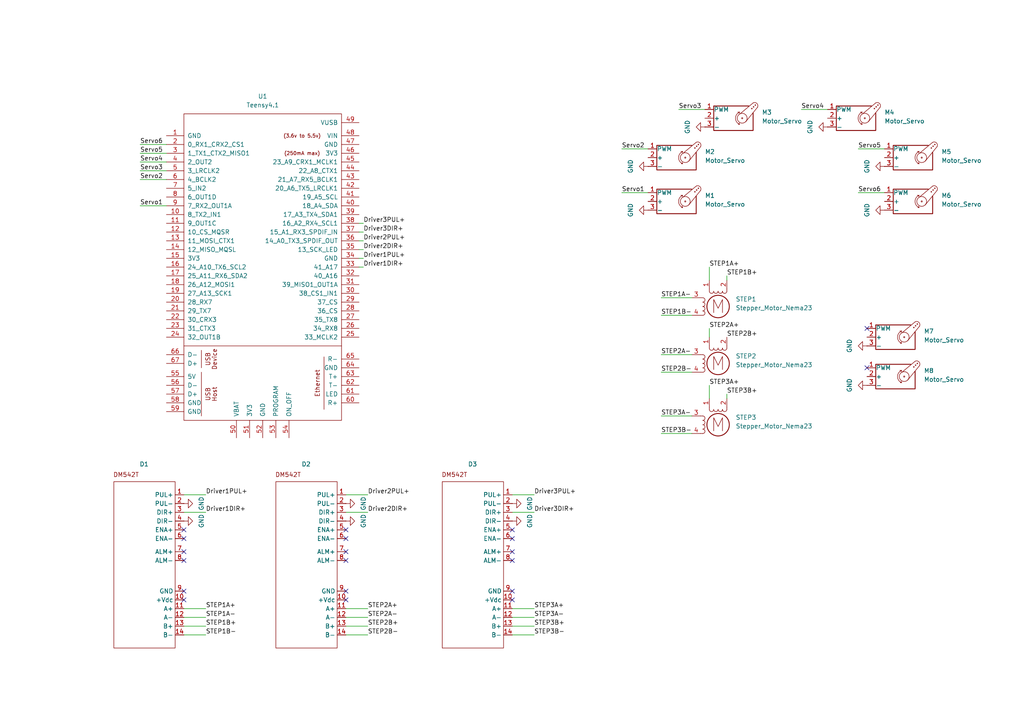
<source format=kicad_sch>
(kicad_sch (version 20250114) (generator "eeschema") (generator_version "9.0")
  (paper "A4")
  (lib_symbols
    (symbol "DM542T_Digital_Stepper_Driver_1"
      (property "Value" "D3" (at -10.267 13.97 0))
      (symbol "DM542T_Digital_Stepper_Driver_1_1_1"
        (rectangle (start -19.05 8.89) (end -1.27 -39.37))
        (text "DM542T" (at -15.494 10.922 0) (effects (font (size 1.27 1.27))))
        (pin output line (at 1.27 5.08 180) (length 2.54) (name "PUL+") (number "1"))
        (pin output line (at 1.27 2.54 180) (length 2.54) (name "PUL-") (number "2"))
        (pin output line (at 1.27 0 180) (length 2.54) (name "DIR+") (number "3"))
        (pin output line (at 1.27 -2.54 180) (length 2.54) (name "DIR-") (number "4"))
        (pin output line (at 1.27 -5.08 180) (length 2.54) (name "ENA+") (number "5"))
        (pin output line (at 1.27 -7.62 180) (length 2.54) (name "ENA-") (number "6"))
        (pin output line (at 1.27 -11.43 180) (length 2.54) (name "ALM+") (number "7"))
        (pin output line (at 1.27 -13.97 180) (length 2.54) (name "ALM-") (number "8"))
        (pin input line (at 1.27 -22.86 180) (length 2.54) (name "GND") (number "9"))
        (pin input line (at 1.27 -25.4 180) (length 2.54) (name "+Vdc") (number "10"))
        (pin input line (at 1.27 -27.94 180) (length 2.54) (name "A+") (number "11"))
        (pin input line (at 1.27 -30.48 180) (length 2.54) (name "A-") (number "12"))
        (pin input line (at 1.27 -33.02 180) (length 2.54) (name "B+") (number "13"))
        (pin input line (at 1.27 -35.56 180) (length 2.54) (name "B-") (number "14"))
      )
    )
    (symbol "DM542T_Digital_Stepper_Driver_2"
      (property "Value" "D2" (at -10.267 13.97 0))
      (symbol "DM542T_Digital_Stepper_Driver_2_1_1"
        (rectangle (start -19.05 8.89) (end -1.27 -39.37))
        (text "DM542T" (at -15.494 10.922 0) (effects (font (size 1.27 1.27))))
        (pin output line (at 1.27 5.08 180) (length 2.54) (name "PUL+") (number "1"))
        (pin output line (at 1.27 2.54 180) (length 2.54) (name "PUL-") (number "2"))
        (pin output line (at 1.27 0 180) (length 2.54) (name "DIR+") (number "3"))
        (pin output line (at 1.27 -2.54 180) (length 2.54) (name "DIR-") (number "4"))
        (pin output line (at 1.27 -5.08 180) (length 2.54) (name "ENA+") (number "5"))
        (pin output line (at 1.27 -7.62 180) (length 2.54) (name "ENA-") (number "6"))
        (pin output line (at 1.27 -11.43 180) (length 2.54) (name "ALM+") (number "7"))
        (pin output line (at 1.27 -13.97 180) (length 2.54) (name "ALM-") (number "8"))
        (pin input line (at 1.27 -22.86 180) (length 2.54) (name "GND") (number "9"))
        (pin input line (at 1.27 -25.4 180) (length 2.54) (name "+Vdc") (number "10"))
        (pin input line (at 1.27 -27.94 180) (length 2.54) (name "A+") (number "11"))
        (pin input line (at 1.27 -30.48 180) (length 2.54) (name "A-") (number "12"))
        (pin input line (at 1.27 -33.02 180) (length 2.54) (name "B+") (number "13"))
        (pin input line (at 1.27 -35.56 180) (length 2.54) (name "B-") (number "14"))
      )
    )
    (symbol "Motor:Motor_Servo" (pin_names (offset 0.0254))
      (property "Reference" "M" (at -5.08 4.445 0))
      (property "Value" "Motor_Servo" (at -5.08 -4.064 0))
      (symbol "Motor_Servo_0_1"
        (polyline (pts (xy 2.413 1.778) (xy 1.905 1.778)))
        (polyline (pts (xy 2.413 1.778) (xy 2.286 1.397)))
        (polyline (pts (xy 2.413 -1.778) (xy 2.032 -1.778)))
        (polyline (pts (xy 2.413 -1.778) (xy 2.286 -1.397)))
        (arc (start 2.413 -1.778) (mid 1.2406 0) (end 2.413 1.778))
        (circle (center 3.175 0) (radius 0.1778))
        (circle (center 3.175 0) (radius 1.4224))
        (polyline (pts (xy 5.08 3.556) (xy -5.08 3.556) (xy -5.08 -3.556) (xy 6.35 -3.556) (xy 6.35 1.524)) (stroke (width 0.254)))
        (circle (center 5.969 2.794) (radius 0.127))
        (polyline (pts (xy 6.35 4.445) (xy 2.54 1.27)))
        (circle (center 6.477 3.302) (radius 0.127))
        (arc (start 6.35 4.445) (mid 7.4487 4.2737) (end 7.62 3.175))
        (circle (center 6.985 3.81) (radius 0.127))
        (polyline (pts (xy 7.62 3.175) (xy 4.191 -1.016)))
      )
      (symbol "Motor_Servo_1_1"
        (pin passive line (at -7.62 2.54 0) (length 2.54) (name "PWM") (number "1"))
        (pin passive line (at -7.62 0 0) (length 2.54) (name "+") (number "2"))
        (pin passive line (at -7.62 -2.54 0) (length 2.54) (name "-") (number "3"))
      )
    )
    (symbol "Motor:Stepper_Motor_bipolar" (pin_names (offset 0) (hide yes))
      (property "Reference" "M" (at 3.81 2.54 0))
      (property "Value" "Stepper_Motor_bipolar" (at 3.81 1.27 0))
      (symbol "Stepper_Motor_bipolar_0_0"
        (polyline (pts (xy -1.27 -1.778) (xy -1.27 2.032) (xy 0 -0.508) (xy 1.27 2.032) (xy 1.27 -1.778)))
      )
      (symbol "Stepper_Motor_bipolar_0_1"
        (polyline (pts (xy -5.08 2.54) (xy -4.445 2.54)))
        (polyline (pts (xy -5.08 -2.54) (xy -4.445 -2.54)))
        (arc (start -4.445 2.54) (mid -3.8127 1.905) (end -4.445 1.27))
        (arc (start -4.445 1.27) (mid -3.8127 0.635) (end -4.445 0))
        (arc (start -4.445 0) (mid -3.8127 -0.635) (end -4.445 -1.27))
        (arc (start -4.445 -1.27) (mid -3.8127 -1.905) (end -4.445 -2.54))
        (polyline (pts (xy -2.54 5.08) (xy -2.54 4.445)))
        (arc (start -1.27 4.445) (mid -1.905 3.8127) (end -2.54 4.445))
        (arc (start 0 4.445) (mid -0.635 3.8127) (end -1.27 4.445))
        (circle (center 0 0) (radius 3.2512) (stroke (width 0.254)))
        (arc (start 1.27 4.445) (mid 0.635 3.8127) (end 0 4.445))
        (arc (start 2.54 4.445) (mid 1.905 3.8127) (end 1.27 4.445))
        (polyline (pts (xy 2.54 5.08) (xy 2.54 4.445)))
      )
      (symbol "Stepper_Motor_bipolar_1_1"
        (pin passive line (at -7.62 2.54 0) (length 2.54) (name "~") (number "3"))
        (pin passive line (at -7.62 -2.54 0) (length 2.54) (name "~") (number "4"))
        (pin passive line (at -2.54 7.62 270) (length 2.54) (name "~") (number "1"))
        (pin passive line (at 2.54 7.62 270) (length 2.54) (name "-") (number "2"))
      )
    )
    (symbol "dm542t_digital_stepper_driver:DM542T_Digital_Stepper_Driver"
      (property "Value" "D1" (at -10.267 13.97 0))
      (symbol "DM542T_Digital_Stepper_Driver_1_1"
        (rectangle (start -19.05 8.89) (end -1.27 -39.37))
        (text "DM542T" (at -15.494 10.922 0) (effects (font (size 1.27 1.27))))
        (pin output line (at 1.27 5.08 180) (length 2.54) (name "PUL+") (number "1"))
        (pin output line (at 1.27 2.54 180) (length 2.54) (name "PUL-") (number "2"))
        (pin output line (at 1.27 0 180) (length 2.54) (name "DIR+") (number "3"))
        (pin output line (at 1.27 -2.54 180) (length 2.54) (name "DIR-") (number "4"))
        (pin output line (at 1.27 -5.08 180) (length 2.54) (name "ENA+") (number "5"))
        (pin output line (at 1.27 -7.62 180) (length 2.54) (name "ENA-") (number "6"))
        (pin output line (at 1.27 -11.43 180) (length 2.54) (name "ALM+") (number "7"))
        (pin output line (at 1.27 -13.97 180) (length 2.54) (name "ALM-") (number "8"))
        (pin input line (at 1.27 -22.86 180) (length 2.54) (name "GND") (number "9"))
        (pin input line (at 1.27 -25.4 180) (length 2.54) (name "+Vdc") (number "10"))
        (pin input line (at 1.27 -27.94 180) (length 2.54) (name "A+") (number "11"))
        (pin input line (at 1.27 -30.48 180) (length 2.54) (name "A-") (number "12"))
        (pin input line (at 1.27 -33.02 180) (length 2.54) (name "B+") (number "13"))
        (pin input line (at 1.27 -35.56 180) (length 2.54) (name "B-") (number "14"))
      )
    )
    (symbol "power:GND" (power) (pin_numbers (hide yes)) (pin_names (offset 0) (hide yes))
      (property "Value" "GND" (at 0 -3.81 0))
      (symbol "GND_0_1"
        (polyline (pts (xy 0 0) (xy 0 -1.27) (xy 1.27 -1.27) (xy 0 -2.54) (xy -1.27 -1.27) (xy 0 -1.27)))
      )
      (symbol "GND_1_1"
        (pin power_in line (at 0 0 270) (length 0) (name "~") (number "1"))
      )
    )
    (symbol "teensy:Teensy4.1" (pin_names (offset 1.016))
      (property "Reference" "U" (at 0 64.77 0))
      (property "Value" "Teensy4.1" (at 0 62.23 0))
      (symbol "Teensy4.1_0_0"
        (polyline (pts (xy -22.86 -6.35) (xy 22.86 -6.35)))
        (polyline (pts (xy -17.78 -7.62) (xy -17.78 -12.7)))
        (polyline (pts (xy -17.78 -26.67) (xy -17.78 -13.97)))
        (polyline (pts (xy 17.78 -9.525) (xy 17.78 -24.765)))
        (text "USB" (at -15.875 -10.16 900) (effects (font (size 1.27 1.27))))
        (text "USB" (at -15.875 -20.32 900) (effects (font (size 1.27 1.27))))
        (text "Device" (at -13.97 -10.16 900) (effects (font (size 1.27 1.27))))
        (text "Host" (at -13.97 -20.32 900) (effects (font (size 1.27 1.27))))
        (text "(3.6v to 5.5v)" (at 11.43 54.61 0) (effects (font (size 1.016 1.016))))
        (text "(250mA max)" (at 11.43 49.53 0) (effects (font (size 1.016 1.016))))
        (text "Ethernet" (at 15.875 -17.145 900) (effects (font (size 1.27 1.27))))
        (pin bidirectional line (at -27.94 44.45 0) (length 5.08) (name "3_LRCLK2") (number "5"))
        (pin bidirectional line (at -27.94 41.91 0) (length 5.08) (name "4_BCLK2") (number "6"))
        (pin bidirectional line (at -27.94 39.37 0) (length 5.08) (name "5_IN2") (number "7"))
        (pin bidirectional line (at -27.94 36.83 0) (length 5.08) (name "6_OUT1D") (number "8"))
        (pin bidirectional line (at -27.94 34.29 0) (length 5.08) (name "7_RX2_OUT1A") (number "9"))
        (pin bidirectional line (at -27.94 31.75 0) (length 5.08) (name "8_TX2_IN1") (number "10"))
        (pin bidirectional line (at -27.94 29.21 0) (length 5.08) (name "9_OUT1C") (number "11"))
        (pin bidirectional line (at -27.94 26.67 0) (length 5.08) (name "10_CS_MQSR") (number "12"))
        (pin bidirectional line (at -27.94 24.13 0) (length 5.08) (name "11_MOSI_CTX1") (number "13"))
        (pin bidirectional line (at -27.94 21.59 0) (length 5.08) (name "12_MISO_MQSL") (number "14"))
        (pin power_in line (at -27.94 19.05 0) (length 5.08) (name "3V3") (number "15"))
        (pin bidirectional line (at -27.94 16.51 0) (length 5.08) (name "24_A10_TX6_SCL2") (number "16"))
        (pin bidirectional line (at -27.94 13.97 0) (length 5.08) (name "25_A11_RX6_SDA2") (number "17"))
        (pin bidirectional line (at -27.94 11.43 0) (length 5.08) (name "26_A12_MOSI1") (number "18"))
        (pin bidirectional line (at -27.94 8.89 0) (length 5.08) (name "27_A13_SCK1") (number "19"))
        (pin bidirectional line (at -27.94 6.35 0) (length 5.08) (name "28_RX7") (number "20"))
        (pin bidirectional line (at -27.94 3.81 0) (length 5.08) (name "29_TX7") (number "21"))
        (pin bidirectional line (at -27.94 1.27 0) (length 5.08) (name "30_CRX3") (number "22"))
        (pin bidirectional line (at -27.94 -1.27 0) (length 5.08) (name "31_CTX3") (number "23"))
        (pin bidirectional line (at -27.94 -3.81 0) (length 5.08) (name "32_OUT1B") (number "24"))
        (pin bidirectional line (at -27.94 -8.89 0) (length 5.08) (name "D-") (number "66"))
        (pin bidirectional line (at -27.94 -11.43 0) (length 5.08) (name "D+") (number "67"))
        (pin power_out line (at -27.94 -15.24 0) (length 5.08) (name "5V") (number "55"))
        (pin bidirectional line (at -27.94 -17.78 0) (length 5.08) (name "D-") (number "56"))
        (pin bidirectional line (at -27.94 -20.32 0) (length 5.08) (name "D+") (number "57"))
        (pin power_in line (at -27.94 -22.86 0) (length 5.08) (name "GND") (number "58"))
        (pin power_in line (at -27.94 -25.4 0) (length 5.08) (name "GND") (number "59"))
        (pin power_in line (at -7.62 -33.02 90) (length 5.08) (name "VBAT") (number "50"))
        (pin power_in line (at -3.81 -33.02 90) (length 5.08) (name "3V3") (number "51"))
        (pin input line (at 0 -33.02 90) (length 5.08) (name "GND") (number "52"))
        (pin input line (at 3.81 -33.02 90) (length 5.08) (name "PROGRAM") (number "53"))
        (pin input line (at 7.62 -33.02 90) (length 5.08) (name "ON_OFF") (number "54"))
        (pin power_out line (at 27.94 58.42 180) (length 5.08) (name "VUSB") (number "49"))
        (pin power_in line (at 27.94 54.61 180) (length 5.08) (name "VIN") (number "48"))
        (pin output line (at 27.94 52.07 180) (length 5.08) (name "GND") (number "47"))
        (pin output line (at 27.94 49.53 180) (length 5.08) (name "3V3") (number "46"))
        (pin bidirectional line (at 27.94 46.99 180) (length 5.08) (name "23_A9_CRX1_MCLK1") (number "45"))
        (pin bidirectional line (at 27.94 44.45 180) (length 5.08) (name "22_A8_CTX1") (number "44"))
        (pin bidirectional line (at 27.94 41.91 180) (length 5.08) (name "21_A7_RX5_BCLK1") (number "43"))
        (pin bidirectional line (at 27.94 39.37 180) (length 5.08) (name "20_A6_TX5_LRCLK1") (number "42"))
        (pin bidirectional line (at 27.94 36.83 180) (length 5.08) (name "19_A5_SCL") (number "41"))
        (pin bidirectional line (at 27.94 34.29 180) (length 5.08) (name "18_A4_SDA") (number "40"))
        (pin bidirectional line (at 27.94 31.75 180) (length 5.08) (name "17_A3_TX4_SDA1") (number "39"))
        (pin bidirectional line (at 27.94 29.21 180) (length 5.08) (name "16_A2_RX4_SCL1") (number "38"))
        (pin bidirectional line (at 27.94 26.67 180) (length 5.08) (name "15_A1_RX3_SPDIF_IN") (number "37"))
        (pin bidirectional line (at 27.94 24.13 180) (length 5.08) (name "14_A0_TX3_SPDIF_OUT") (number "36"))
        (pin bidirectional line (at 27.94 21.59 180) (length 5.08) (name "13_SCK_LED") (number "35"))
        (pin bidirectional line (at 27.94 16.51 180) (length 5.08) (name "41_A17") (number "33"))
        (pin bidirectional line (at 27.94 13.97 180) (length 5.08) (name "40_A16") (number "32"))
        (pin bidirectional line (at 27.94 11.43 180) (length 5.08) (name "39_MISO1_OUT1A") (number "31"))
        (pin bidirectional line (at 27.94 8.89 180) (length 5.08) (name "38_CS1_IN1") (number "30"))
        (pin bidirectional line (at 27.94 6.35 180) (length 5.08) (name "37_CS") (number "29"))
        (pin bidirectional line (at 27.94 3.81 180) (length 5.08) (name "36_CS") (number "28"))
        (pin bidirectional line (at 27.94 1.27 180) (length 5.08) (name "35_TX8") (number "27"))
        (pin bidirectional line (at 27.94 -1.27 180) (length 5.08) (name "34_RX8") (number "26"))
        (pin bidirectional line (at 27.94 -3.81 180) (length 5.08) (name "33_MCLK2") (number "25"))
        (pin bidirectional line (at 27.94 -10.16 180) (length 5.08) (name "R-") (number "65"))
        (pin power_in line (at 27.94 -12.7 180) (length 5.08) (name "GND") (number "64"))
        (pin bidirectional line (at 27.94 -15.24 180) (length 5.08) (name "T+") (number "63"))
        (pin bidirectional line (at 27.94 -17.78 180) (length 5.08) (name "T-") (number "62"))
        (pin bidirectional line (at 27.94 -20.32 180) (length 5.08) (name "LED") (number "61"))
        (pin bidirectional line (at 27.94 -22.86 180) (length 5.08) (name "R+") (number "60"))
      )
      (symbol "Teensy4.1_0_1"
        (rectangle (start -22.86 60.96) (end 22.86 -27.94))
        (rectangle (start -20.32 -1.27) (end -20.32 -1.27))
      )
      (symbol "Teensy4.1_1_1"
        (pin power_in line (at -27.94 54.61 0) (length 5.08) (name "GND") (number "1"))
        (pin bidirectional line (at -27.94 52.07 0) (length 5.08) (name "0_RX1_CRX2_CS1") (number "2"))
        (pin bidirectional line (at -27.94 49.53 0) (length 5.08) (name "1_TX1_CTX2_MISO1") (number "3"))
        (pin bidirectional line (at -27.94 46.99 0) (length 5.08) (name "2_OUT2") (number "4"))
        (pin power_in line (at 27.94 19.05 180) (length 5.08) (name "GND") (number "34"))
      )
    )
  )
  (no_connect (at 251.46 106.68))
  (no_connect (at 148.59 171.45))
  (no_connect (at 100.33 171.45))
  (no_connect (at 53.34 156.21))
  (no_connect (at 148.59 173.99))
  (no_connect (at 148.59 156.21))
  (no_connect (at 53.34 173.99))
  (no_connect (at 100.33 156.21))
  (no_connect (at 251.46 95.25))
  (no_connect (at 100.33 160.02))
  (no_connect (at 53.34 153.67))
  (no_connect (at 148.59 153.67))
  (no_connect (at 100.33 153.67))
  (no_connect (at 53.34 160.02))
  (no_connect (at 53.34 171.45))
  (no_connect (at 100.33 162.56))
  (no_connect (at 148.59 162.56))
  (no_connect (at 53.34 162.56))
  (no_connect (at 100.33 173.99))
  (no_connect (at 148.59 160.02))
  (wire (pts (xy 191.77 102.87) (xy 200.66 102.87)))
  (wire (pts (xy 191.77 125.73) (xy 200.66 125.73)))
  (wire (pts (xy 180.34 43.18) (xy 187.96 43.18)))
  (wire (pts (xy 104.14 74.93) (xy 105.41 74.93)))
  (wire (pts (xy 53.34 148.59) (xy 59.69 148.59)))
  (wire (pts (xy 205.74 77.47) (xy 205.74 81.28)))
  (wire (pts (xy 154.94 148.59) (xy 148.59 148.59)))
  (wire (pts (xy 106.68 179.07) (xy 100.33 179.07)))
  (wire (pts (xy 191.77 120.65) (xy 200.66 120.65)))
  (wire (pts (xy 59.69 143.51) (xy 53.34 143.51)))
  (wire (pts (xy 106.68 184.15) (xy 100.33 184.15)))
  (wire (pts (xy 106.68 176.53) (xy 100.33 176.53)))
  (wire (pts (xy 40.64 52.07) (xy 48.26 52.07)))
  (wire (pts (xy 205.74 95.25) (xy 205.74 97.79)))
  (wire (pts (xy 105.41 64.77) (xy 104.14 64.77)))
  (wire (pts (xy 232.41 31.75) (xy 240.03 31.75)))
  (wire (pts (xy 40.64 46.99) (xy 48.26 46.99)))
  (wire (pts (xy 105.41 67.31) (xy 104.14 67.31)))
  (wire (pts (xy 154.94 179.07) (xy 148.59 179.07)))
  (wire (pts (xy 59.69 184.15) (xy 53.34 184.15)))
  (wire (pts (xy 104.14 72.39) (xy 105.41 72.39)))
  (wire (pts (xy 248.92 55.88) (xy 256.54 55.88)))
  (wire (pts (xy 106.68 181.61) (xy 100.33 181.61)))
  (wire (pts (xy 104.14 77.47) (xy 105.41 77.47)))
  (wire (pts (xy 40.64 41.91) (xy 48.26 41.91)))
  (wire (pts (xy 104.14 69.85) (xy 105.41 69.85)))
  (wire (pts (xy 180.34 55.88) (xy 187.96 55.88)))
  (wire (pts (xy 191.77 86.36) (xy 200.66 86.36)))
  (wire (pts (xy 248.92 43.18) (xy 256.54 43.18)))
  (wire (pts (xy 191.77 91.44) (xy 200.66 91.44)))
  (wire (pts (xy 154.94 143.51) (xy 148.59 143.51)))
  (wire (pts (xy 59.69 176.53) (xy 53.34 176.53)))
  (wire (pts (xy 191.77 107.95) (xy 200.66 107.95)))
  (wire (pts (xy 210.82 80.01) (xy 210.82 81.28)))
  (wire (pts (xy 154.94 181.61) (xy 148.59 181.61)))
  (wire (pts (xy 196.85 31.75) (xy 204.47 31.75)))
  (wire (pts (xy 205.74 111.76) (xy 205.74 115.57)))
  (wire (pts (xy 40.64 59.69) (xy 48.26 59.69)))
  (wire (pts (xy 154.94 176.53) (xy 148.59 176.53)))
  (wire (pts (xy 154.94 184.15) (xy 148.59 184.15)))
  (wire (pts (xy 59.69 181.61) (xy 53.34 181.61)))
  (wire (pts (xy 100.33 148.59) (xy 106.68 148.59)))
  (wire (pts (xy 100.33 143.51) (xy 106.68 143.51)))
  (wire (pts (xy 59.69 179.07) (xy 53.34 179.07)))
  (wire (pts (xy 210.82 114.3) (xy 210.82 115.57)))
  (wire (pts (xy 40.64 49.53) (xy 48.26 49.53)))
  (wire (pts (xy 40.64 44.45) (xy 48.26 44.45)))
  (label "STEP3B-" (at 154.94 184.15 0))
  (label "STEP2B+" (at 106.68 181.61 0))
  (label "STEP1B+" (at 59.69 181.61 0))
  (label "STEP1A-" (at 191.77 86.36 0))
  (label "Servo2" (at 40.64 52.07 0))
  (label "STEP3B+" (at 210.82 114.3 0))
  (label "Driver2PUL+" (at 105.41 69.85 0))
  (label "STEP1A-" (at 59.69 179.07 0))
  (label "Servo4" (at 40.64 46.99 0))
  (label "Servo1" (at 180.34 55.88 0))
  (label "STEP2A-" (at 191.77 102.87 0))
  (label "Servo5" (at 248.92 43.18 0))
  (label "Driver1DIR+" (at 105.41 77.47 0))
  (label "Driver3PUL+" (at 105.41 64.77 0))
  (label "Driver1PUL+" (at 59.69 143.51 0))
  (label "STEP3A+" (at 205.74 111.76 0))
  (label "STEP3A+" (at 154.94 176.53 0))
  (label "Driver2DIR+" (at 105.41 72.39 0))
  (label "Servo3" (at 196.85 31.75 0))
  (label "STEP1B-" (at 191.77 91.44 0))
  (label "Driver2DIR+" (at 106.68 148.59 0))
  (label "Driver3DIR+" (at 105.41 67.31 0))
  (label "Servo5" (at 40.64 44.45 0))
  (label "STEP1B-" (at 59.69 184.15 0))
  (label "STEP2B+" (at 210.82 97.79 0))
  (label "Driver1PUL+" (at 105.41 74.93 0))
  (label "Servo6" (at 40.64 41.91 0))
  (label "Driver2PUL+" (at 106.68 143.51 0))
  (label "Driver3DIR+" (at 154.94 148.59 0))
  (label "Servo6" (at 248.92 55.88 0))
  (label "STEP2A+" (at 106.68 176.53 0))
  (label "Servo3" (at 40.64 49.53 0))
  (label "STEP3A-" (at 154.94 179.07 0))
  (label "STEP1B+" (at 210.82 80.01 0))
  (label "STEP2A+" (at 205.74 95.25 0))
  (label "Servo2" (at 180.34 43.18 0))
  (label "STEP2B-" (at 191.77 107.95 0))
  (label "Servo4" (at 232.41 31.75 0))
  (label "STEP2B-" (at 106.68 184.15 0))
  (label "STEP2A-" (at 106.68 179.07 0))
  (label "STEP3A-" (at 191.77 120.65 0))
  (label "STEP1A+" (at 205.74 77.47 0))
  (label "STEP3B-" (at 191.77 125.73 0))
  (label "STEP1A+" (at 59.69 176.53 0))
  (label "Driver1DIR+" (at 59.69 148.59 0))
  (label "STEP3B+" (at 154.94 181.61 0))
  (label "Driver3PUL+" (at 154.94 143.51 0))
  (label "Servo1" (at 40.64 59.69 0))
  (symbol (lib_id "Motor:Motor_Servo") (at 264.16 58.42 0) (unit 1)
    (property "Reference" "M6" (at 273.05 56.7168 0) (effects (justify left)))
    (property "Value" "Motor_Servo" (at 273.05 59.2568 0) (effects (justify left)))
    (property "Datasheet" "http://forums.parallax.com/uploads/attachments/46831/74481.png" (effects (hide yes)))
    (property "Description" "Servo Motor (Futaba, HiTec, JR connector)" (effects (hide yes)))
  )
  (symbol (lib_id "dm542t_digital_stepper_driver:DM542T_Digital_Stepper_Driver") (at 52.07 148.59 0) (unit 1)
    (property "Reference" "U2" (effects (hide yes)))
    (property "Value" "D1" (at 41.803 134.62 0))
    (property "Description" "SW1 OFF; SW 2 ON; SW 3 ON; SW 4 OFF; SW 5 OFF; SW 6 OFF; SW 7 OFF; SW 8 OFF" (effects (hide yes)))
  )
  (symbol (lib_id "power:GND") (at 251.46 100.33 270) (unit 1)
    (property "Reference" "#PWR07" (effects (hide yes)))
    (property "Value" "GND" (at 246.38 100.33 0))
    (property "Description" "Power symbol creates a global label with name \"GND\" , ground" (effects (hide yes)))
  )
  (symbol (lib_id "power:GND") (at 256.54 48.26 270) (unit 1)
    (property "Reference" "#PWR010" (effects (hide yes)))
    (property "Value" "GND" (at 251.46 48.26 0))
    (property "Description" "Power symbol creates a global label with name \"GND\" , ground" (effects (hide yes)))
  )
  (symbol (lib_id "Motor:Motor_Servo") (at 195.58 58.42 0) (unit 1)
    (property "Reference" "M1" (at 204.47 56.7168 0) (effects (justify left)))
    (property "Value" "Motor_Servo" (at 204.47 59.2568 0) (effects (justify left)))
    (property "Datasheet" "http://forums.parallax.com/uploads/attachments/46831/74481.png" (effects (hide yes)))
    (property "Description" "Servo Motor (Futaba, HiTec, JR connector)" (effects (hide yes)))
  )
  (symbol (lib_id "power:GND") (at 187.96 48.26 270) (unit 1)
    (property "Reference" "#PWR013" (effects (hide yes)))
    (property "Value" "GND" (at 182.88 48.26 0))
    (property "Description" "Power symbol creates a global label with name \"GND\" , ground" (effects (hide yes)))
  )
  (symbol (lib_id "power:GND") (at 100.33 146.05 90) (unit 1)
    (property "Reference" "#PWR03" (effects (hide yes)))
    (property "Value" "GND" (at 105.41 146.05 0))
    (property "Description" "Power symbol creates a global label with name \"GND\" , ground" (effects (hide yes)))
  )
  (symbol (lib_id "power:GND") (at 251.46 111.76 270) (unit 1)
    (property "Reference" "#PWR08" (effects (hide yes)))
    (property "Value" "GND" (at 246.38 111.76 0))
    (property "Description" "Power symbol creates a global label with name \"GND\" , ground" (effects (hide yes)))
  )
  (symbol (lib_id "power:GND") (at 53.34 146.05 90) (unit 1)
    (property "Reference" "#PWR02" (effects (hide yes)))
    (property "Value" "GND" (at 58.42 146.05 0))
    (property "Description" "Power symbol creates a global label with name \"GND\" , ground" (effects (hide yes)))
  )
  (symbol (lib_id "Motor:Motor_Servo") (at 212.09 34.29 0) (unit 1)
    (property "Reference" "M3" (at 220.98 32.5868 0) (effects (justify left)))
    (property "Value" "Motor_Servo" (at 220.98 35.1268 0) (effects (justify left)))
    (property "Datasheet" "http://forums.parallax.com/uploads/attachments/46831/74481.png" (effects (hide yes)))
    (property "Description" "Servo Motor (Futaba, HiTec, JR connector)" (effects (hide yes)))
  )
  (symbol (lib_id "power:GND") (at 256.54 60.96 270) (unit 1)
    (property "Reference" "#PWR09" (effects (hide yes)))
    (property "Value" "GND" (at 251.46 60.96 0))
    (property "Description" "Power symbol creates a global label with name \"GND\" , ground" (effects (hide yes)))
  )
  (symbol (lib_id "teensy:Teensy4.1") (at 76.2 93.98 0) (unit 1)
    (property "Reference" "U1" (at 76.2 27.94 0))
    (property "Value" "Teensy4.1" (at 76.2 30.48 0))
  )
  (symbol (lib_id "Motor:Motor_Servo") (at 195.58 45.72 0) (unit 1)
    (property "Reference" "M2" (at 204.47 44.0168 0) (effects (justify left)))
    (property "Value" "Motor_Servo" (at 204.47 46.5568 0) (effects (justify left)))
    (property "Datasheet" "http://forums.parallax.com/uploads/attachments/46831/74481.png" (effects (hide yes)))
    (property "Description" "Servo Motor (Futaba, HiTec, JR connector)" (effects (hide yes)))
  )
  (symbol (lib_id "Motor:Stepper_Motor_bipolar") (at 208.28 105.41 0) (unit 1)
    (property "Reference" "STEP2" (at 213.36 103.289 0) (effects (justify left)))
    (property "Value" "Stepper_Motor_Nema23" (at 213.36 105.829 0) (effects (justify left)))
    (property "Datasheet" "http://www.infineon.com/dgdl/Application-Note-TLE8110EE_driving_UniPolarStepperMotor_V1.1.pdf?fileId=db3a30431be39b97011be5d0aa0a00b0" (effects (hide yes)))
    (property "Description" "4-wire bipolar stepper motor" (effects (hide yes)))
  )
  (symbol (lib_id "power:GND") (at 53.34 151.13 90) (unit 1)
    (property "Reference" "#PWR01" (effects (hide yes)))
    (property "Value" "GND" (at 58.42 151.13 0))
    (property "Description" "Power symbol creates a global label with name \"GND\" , ground" (effects (hide yes)))
  )
  (symbol (lib_id "power:GND") (at 204.47 36.83 270) (unit 1)
    (property "Reference" "#PWR012" (effects (hide yes)))
    (property "Value" "GND" (at 199.39 36.83 0))
    (property "Description" "Power symbol creates a global label with name \"GND\" , ground" (effects (hide yes)))
  )
  (symbol (lib_id "power:GND") (at 148.59 146.05 90) (unit 1)
    (property "Reference" "#PWR05" (effects (hide yes)))
    (property "Value" "GND" (at 153.67 146.05 0))
    (property "Description" "Power symbol creates a global label with name \"GND\" , ground" (effects (hide yes)))
  )
  (symbol (lib_name "DM542T_Digital_Stepper_Driver_2") (lib_id "dm542t_digital_stepper_driver:DM542T_Digital_Stepper_Driver") (at 99.06 148.59 0) (unit 1)
    (property "Reference" "U3" (effects (hide yes)))
    (property "Value" "D2" (at 88.793 134.62 0))
    (property "Description" "SW1 OFF; SW 2 ON; SW 3 ON; SW 4 OFF; SW 5 OFF; SW 6 OFF; SW 7 OFF; SW 8 OFF" (effects (hide yes)))
  )
  (symbol (lib_id "power:GND") (at 100.33 151.13 90) (unit 1)
    (property "Reference" "#PWR04" (effects (hide yes)))
    (property "Value" "GND" (at 105.41 151.13 0))
    (property "Description" "Power symbol creates a global label with name \"GND\" , ground" (effects (hide yes)))
  )
  (symbol (lib_id "Motor:Motor_Servo") (at 264.16 45.72 0) (unit 1)
    (property "Reference" "M5" (at 273.05 44.0168 0) (effects (justify left)))
    (property "Value" "Motor_Servo" (at 273.05 46.5568 0) (effects (justify left)))
    (property "Datasheet" "http://forums.parallax.com/uploads/attachments/46831/74481.png" (effects (hide yes)))
    (property "Description" "Servo Motor (Futaba, HiTec, JR connector)" (effects (hide yes)))
  )
  (symbol (lib_id "power:GND") (at 187.96 60.96 270) (unit 1)
    (property "Reference" "#PWR014" (effects (hide yes)))
    (property "Value" "GND" (at 182.88 60.96 0))
    (property "Description" "Power symbol creates a global label with name \"GND\" , ground" (effects (hide yes)))
  )
  (symbol (lib_id "power:GND") (at 240.03 36.83 270) (unit 1)
    (property "Reference" "#PWR011" (effects (hide yes)))
    (property "Value" "GND" (at 234.95 36.83 0))
    (property "Description" "Power symbol creates a global label with name \"GND\" , ground" (effects (hide yes)))
  )
  (symbol (lib_id "Motor:Motor_Servo") (at 259.08 97.79 0) (unit 1)
    (property "Reference" "M7" (at 267.97 96.0868 0) (effects (justify left)))
    (property "Value" "Motor_Servo" (at 267.97 98.6268 0) (effects (justify left)))
    (property "Datasheet" "http://forums.parallax.com/uploads/attachments/46831/74481.png" (effects (hide yes)))
    (property "Description" "Servo Motor (Futaba, HiTec, JR connector)" (effects (hide yes)))
  )
  (symbol (lib_id "Motor:Motor_Servo") (at 259.08 109.22 0) (unit 1)
    (property "Reference" "M8" (at 267.97 107.5168 0) (effects (justify left)))
    (property "Value" "Motor_Servo" (at 267.97 110.0568 0) (effects (justify left)))
    (property "Datasheet" "http://forums.parallax.com/uploads/attachments/46831/74481.png" (effects (hide yes)))
    (property "Description" "Servo Motor (Futaba, HiTec, JR connector)" (effects (hide yes)))
  )
  (symbol (lib_id "Motor:Stepper_Motor_bipolar") (at 208.28 88.9 0) (unit 1)
    (property "Reference" "STEP1" (at 213.36 86.779 0) (effects (justify left)))
    (property "Value" "Stepper_Motor_Nema23" (at 213.36 89.319 0) (effects (justify left)))
    (property "Datasheet" "http://www.infineon.com/dgdl/Application-Note-TLE8110EE_driving_UniPolarStepperMotor_V1.1.pdf?fileId=db3a30431be39b97011be5d0aa0a00b0" (effects (hide yes)))
    (property "Description" "4-wire bipolar stepper motor; Nema 23" (effects (hide yes)))
  )
  (symbol (lib_id "Motor:Stepper_Motor_bipolar") (at 208.28 123.19 0) (unit 1)
    (property "Reference" "STEP3" (at 213.36 121.069 0) (effects (justify left)))
    (property "Value" "Stepper_Motor_Nema23" (at 213.36 123.609 0) (effects (justify left)))
    (property "Datasheet" "http://www.infineon.com/dgdl/Application-Note-TLE8110EE_driving_UniPolarStepperMotor_V1.1.pdf?fileId=db3a30431be39b97011be5d0aa0a00b0" (effects (hide yes)))
    (property "Description" "4-wire bipolar stepper motor" (effects (hide yes)))
  )
  (symbol (lib_id "power:GND") (at 148.59 151.13 90) (unit 1)
    (property "Reference" "#PWR06" (effects (hide yes)))
    (property "Value" "GND" (at 153.67 151.13 0))
    (property "Description" "Power symbol creates a global label with name \"GND\" , ground" (effects (hide yes)))
  )
  (symbol (lib_id "Motor:Motor_Servo") (at 247.65 34.29 0) (unit 1)
    (property "Reference" "M4" (at 256.54 32.5868 0) (effects (justify left)))
    (property "Value" "Motor_Servo" (at 256.54 35.1268 0) (effects (justify left)))
    (property "Datasheet" "http://forums.parallax.com/uploads/attachments/46831/74481.png" (effects (hide yes)))
    (property "Description" "Servo Motor (Futaba, HiTec, JR connector)" (effects (hide yes)))
  )
  (symbol (lib_name "DM542T_Digital_Stepper_Driver_1") (lib_id "dm542t_digital_stepper_driver:DM542T_Digital_Stepper_Driver") (at 147.32 148.59 0) (unit 1)
    (property "Reference" "U4" (effects (hide yes)))
    (property "Value" "D3" (at 137.053 134.62 0))
    (property "Description" "SW1 OFF; SW 2 ON; SW 3 ON; SW 4 OFF; SW 5 OFF; SW 6 OFF; SW 7 OFF; SW 8 OFF" (effects (hide yes)))
  )
)
</source>
